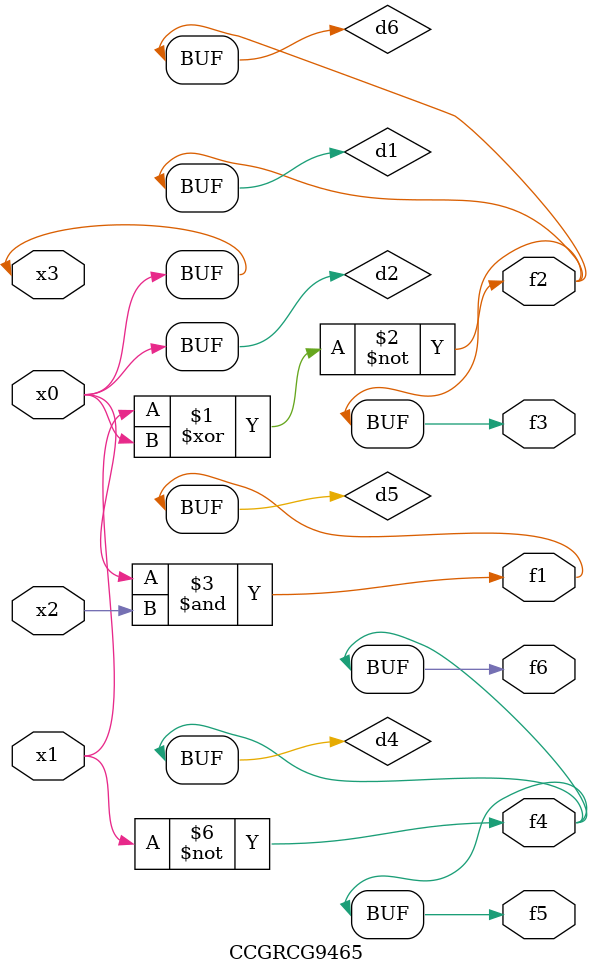
<source format=v>
module CCGRCG9465(
	input x0, x1, x2, x3,
	output f1, f2, f3, f4, f5, f6
);

	wire d1, d2, d3, d4, d5, d6;

	xnor (d1, x1, x3);
	buf (d2, x0, x3);
	nand (d3, x0, x2);
	not (d4, x1);
	nand (d5, d3);
	or (d6, d1);
	assign f1 = d5;
	assign f2 = d6;
	assign f3 = d6;
	assign f4 = d4;
	assign f5 = d4;
	assign f6 = d4;
endmodule

</source>
